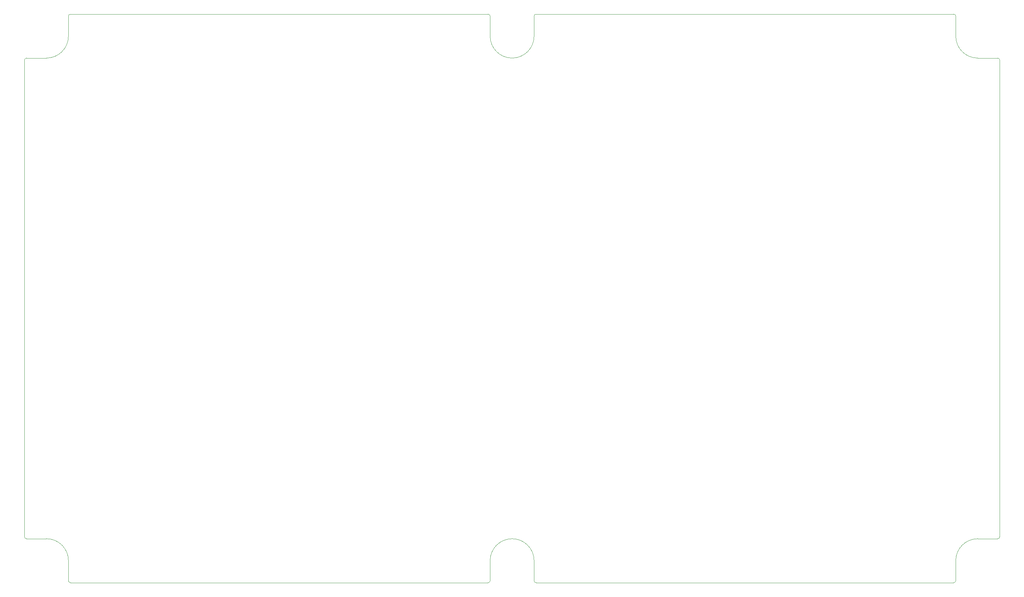
<source format=gbr>
%TF.GenerationSoftware,KiCad,Pcbnew,9.0.1*%
%TF.CreationDate,2025-06-20T14:08:42-04:00*%
%TF.ProjectId,LED-DriverPCB,4c45442d-4472-4697-9665-725043422e6b,rev?*%
%TF.SameCoordinates,Original*%
%TF.FileFunction,Profile,NP*%
%FSLAX46Y46*%
G04 Gerber Fmt 4.6, Leading zero omitted, Abs format (unit mm)*
G04 Created by KiCad (PCBNEW 9.0.1) date 2025-06-20 14:08:42*
%MOMM*%
%LPD*%
G01*
G04 APERTURE LIST*
%TA.AperFunction,Profile*%
%ADD10C,0.050000*%
%TD*%
G04 APERTURE END LIST*
D10*
X234529000Y-214309000D02*
X339029001Y-214308999D01*
X339529000Y-213809000D02*
X339529000Y-208809000D01*
X117529000Y-208809000D02*
X117529000Y-213809000D01*
X339029000Y-71991000D02*
G75*
G02*
X339529000Y-72491000I0J-500000D01*
G01*
X112029000Y-203309000D02*
G75*
G02*
X117529000Y-208809000I0J-5500000D01*
G01*
X350029000Y-203309000D02*
X345029000Y-203309000D01*
X223029000Y-208809000D02*
X223029000Y-213809000D01*
X350529000Y-202809000D02*
X350529000Y-83491000D01*
X339529000Y-77491000D02*
X339529000Y-72491000D01*
X339529000Y-208809000D02*
G75*
G02*
X345029000Y-203309000I5500000J0D01*
G01*
X234529000Y-214309000D02*
G75*
G02*
X234029000Y-213809000I0J500000D01*
G01*
X222529000Y-71991000D02*
G75*
G02*
X223029000Y-72491000I0J-500000D01*
G01*
X118029000Y-214309000D02*
G75*
G02*
X117529000Y-213809000I0J500000D01*
G01*
X339029000Y-71991000D02*
X234529000Y-71991000D01*
X106529000Y-83491000D02*
G75*
G02*
X107029000Y-82991000I500000J0D01*
G01*
X117529000Y-77491000D02*
X117529000Y-72491000D01*
X117529000Y-77491000D02*
G75*
G02*
X112029000Y-82991000I-5500000J0D01*
G01*
X234029000Y-77491000D02*
G75*
G02*
X223029000Y-77491000I-5500000J0D01*
G01*
X234029000Y-208809000D02*
X234029000Y-213809000D01*
X350029000Y-82991000D02*
X345029000Y-82991000D01*
X350029000Y-82991000D02*
G75*
G02*
X350529000Y-83491000I0J-500000D01*
G01*
X112029000Y-203309000D02*
X107029000Y-203309000D01*
X112029000Y-82991000D02*
X107029000Y-82991000D01*
X222529000Y-71991000D02*
X118029000Y-71991000D01*
X223029000Y-208809000D02*
G75*
G02*
X234029000Y-208809000I5500000J0D01*
G01*
X339529000Y-213809000D02*
G75*
G02*
X339029001Y-214309000I-500000J0D01*
G01*
X117529000Y-72491000D02*
G75*
G02*
X118029000Y-71991000I500000J0D01*
G01*
X345029000Y-82991000D02*
G75*
G02*
X339529000Y-77491000I0J5500000D01*
G01*
X223029000Y-77491000D02*
X223029000Y-72491000D01*
X106529000Y-83491000D02*
X106529000Y-202809000D01*
X223029000Y-213809000D02*
G75*
G02*
X222529000Y-214309000I-500000J0D01*
G01*
X234029000Y-72491000D02*
X234029000Y-77491000D01*
X234029000Y-72491000D02*
G75*
G02*
X234529000Y-71991000I500000J0D01*
G01*
X222529000Y-214309000D02*
X118029000Y-214309000D01*
X107029000Y-203309000D02*
G75*
G02*
X106529000Y-202809000I0J500000D01*
G01*
X350529000Y-202809000D02*
G75*
G02*
X350029000Y-203309000I-500000J0D01*
G01*
M02*

</source>
